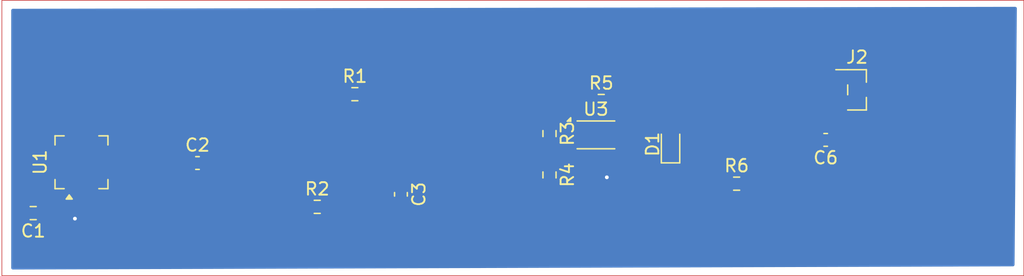
<source format=kicad_pcb>
(kicad_pcb (version 20241229) (generator "pcbnew") (generator_version "9.0")
  (layers (0 "F.Cu" signal) (2 "B.Cu" signal) (13 "F.Paste" user) (15 "B.Paste" user) (5 "F.SilkS" user "F.Silkscreen") (7 "B.SilkS" user "B.Silkscreen") (1 "F.Mask" user) (3 "B.Mask" user) (25 "Edge.Cuts" user))
  (net 0 "")
  (net 1 "+3V3")
  (net 2 "GND")
  (net 3 "/BIAS_REF")
  (net 4 "Net-(U1-ZOUT)")
  (net 5 "/net ADC_IN")
  (net 6 "/ADC_NODE1")
  (net 7 "/BUF_OUT")
  (net 8 "Net-(U3A--)")
  (footprint "Diode_SMD:D_0603_1608Metric" (layer "F.Cu") (at 105.410662 38 90)
    (property "Reference" "D1" (at 0 -1.43 90) (layer "F.SilkS"))
    (property "Value" "D_Schottky")
    (fp_line (start 0.8 -0.735) (end -1.485 -0.735) (stroke (width 0.12)) (layer "F.SilkS"))
    (fp_line (start -1.485 -0.735) (end -1.485 0.735) (stroke (width 0.12)) (layer "F.SilkS"))
    (fp_line (start -1.485 0.735) (end 0.8 0.735) (stroke (width 0.12)) (layer "F.SilkS"))
    (pad "1" smd roundrect (at -0.7875 0 90) (size 0.875 0.95) (layers "F.Cu" "F.Mask" "F.Paste") (net 1 "+3V3"))
    (pad "2" smd roundrect (at 0.7875 0 90) (size 0.875 0.95) (layers "F.Cu" "F.Mask" "F.Paste") (net 6 "/ADC_NODE1"))
  )
  (footprint "Capacitor_SMD:C_0603_1608Metric" (layer "F.Cu") (at 117.783 37.652 180)
    (property "Reference" "C6" (at 0 -1.43 180) (layer "F.SilkS"))
    (property "Value" "10 nF")
    (fp_line (start -0.14058 0.51) (end 0.14058 0.51) (stroke (width 0.12)) (layer "F.SilkS"))
    (fp_line (start -0.14058 -0.51) (end 0.14058 -0.51) (stroke (width 0.12)) (layer "F.SilkS"))
    (pad "1" smd roundrect (at -0.775 0 180) (size 0.9 0.95) (layers "F.Cu" "F.Mask" "F.Paste") (net 2 "GND"))
    (pad "2" smd roundrect (at 0.775 0 180) (size 0.9 0.95) (layers "F.Cu" "F.Mask" "F.Paste") (net 5 "/net ADC_IN"))
  )
  (footprint "Resistor_SMD:R_0603_1608Metric" (layer "F.Cu") (at 95.758 37.147 -90)
    (property "Reference" "R3" (at 0 -1.43 270) (layer "F.SilkS"))
    (property "Value" "170")
    (fp_line (start -0.237258 0.5225) (end 0.237258 0.5225) (stroke (width 0.12)) (layer "F.SilkS"))
    (fp_line (start -0.237258 -0.5225) (end 0.237258 -0.5225) (stroke (width 0.12)) (layer "F.SilkS"))
    (pad "1" smd roundrect (at -0.825 0 270) (size 0.8 0.95) (layers "F.Cu" "F.Mask" "F.Paste") (net 7 "/BUF_OUT"))
    (pad "2" smd roundrect (at 0.825 0 270) (size 0.8 0.95) (layers "F.Cu" "F.Mask" "F.Paste") (net 8 "Net-(U3A--)"))
  )
  (footprint "Resistor_SMD:R_0603_1608Metric" (layer "F.Cu") (at 80.235662 34)
    (property "Reference" "R1" (at 0 -1.43 0) (layer "F.SilkS"))
    (property "Value" "47k")
    (fp_line (start -0.237258 -0.5225) (end 0.237258 -0.5225) (stroke (width 0.12)) (layer "F.SilkS"))
    (fp_line (start -0.237258 0.5225) (end 0.237258 0.5225) (stroke (width 0.12)) (layer "F.SilkS"))
    (pad "1" smd roundrect (at -0.825 0) (size 0.8 0.95) (layers "F.Cu" "F.Mask" "F.Paste") (net 1 "+3V3"))
    (pad "2" smd roundrect (at 0.825 0) (size 0.8 0.95) (layers "F.Cu" "F.Mask" "F.Paste") (net 3 "/BIAS_REF"))
  )
  (footprint "Capacitor_SMD:C_0603_1608Metric" (layer "F.Cu") (at 67.685662 39.5)
    (property "Reference" "C2" (at 0 -1.43 0) (layer "F.SilkS"))
    (property "Value" "1 µF")
    (fp_line (start -0.14058 -0.51) (end 0.14058 -0.51) (stroke (width 0.12)) (layer "F.SilkS"))
    (fp_line (start -0.14058 0.51) (end 0.14058 0.51) (stroke (width 0.12)) (layer "F.SilkS"))
    (pad "1" smd roundrect (at -0.775 0) (size 0.9 0.95) (layers "F.Cu" "F.Mask" "F.Paste") (net 4 "Net-(U1-ZOUT)"))
    (pad "2" smd roundrect (at 0.775 0) (size 0.9 0.95) (layers "F.Cu" "F.Mask" "F.Paste") (net 3 "/BIAS_REF"))
  )
  (footprint "Package_DFN_QFN:QFN-16-1EP_4x4mm_P0.65mm_EP2.5x2.5mm" (layer "F.Cu") (at 58.435662 39.4375 90)
    (property "Reference" "U1" (at 0 -3.3 90) (layer "F.SilkS"))
    (property "Value" "ADXL335")
    (fp_line (start 2.11 -2.11) (end 2.11 -1.385) (stroke (width 0.12)) (layer "F.SilkS"))
    (fp_line (start 1.385 -2.11) (end 2.11 -2.11) (stroke (width 0.12)) (layer "F.SilkS"))
    (fp_line (start -2.11 -2.11) (end -1.385 -2.11) (stroke (width 0.12)) (layer "F.SilkS"))
    (fp_line (start -2.11 -1.385) (end -2.11 -2.11) (stroke (width 0.12)) (layer "F.SilkS"))
    (fp_line (start 2.11 1.385) (end 2.11 2.11) (stroke (width 0.12)) (layer "F.SilkS"))
    (fp_line (start 2.11 2.11) (end 1.385 2.11) (stroke (width 0.12)) (layer "F.SilkS"))
    (fp_line (start -1.385 2.11) (end -2.11 2.11) (stroke (width 0.12)) (layer "F.SilkS"))
    (fp_line (start -2.11 2.11) (end -2.11 1.385) (stroke (width 0.12)) (layer "F.SilkS"))
    (fp_poly (pts (xy -2.61 -0.98) (xy -2.94 -0.74) (xy -2.94 -1.22)) (stroke (width 0.12)) (fill yes) (layer "F.SilkS"))
    (pad "1" smd roundrect (at -1.9375 -0.975 90) (size 0.825 0.3) (layers "F.Cu" "F.Mask" "F.Paste"))
    (pad "2" smd roundrect (at -1.9375 -0.325 90) (size 0.825 0.3) (layers "F.Cu" "F.Mask" "F.Paste"))
    (pad "3" smd roundrect (at -1.9375 0.325 90) (size 0.825 0.3) (layers "F.Cu" "F.Mask" "F.Paste") (net 2 "GND"))
    (pad "4" smd roundrect (at -1.9375 0.975 90) (size 0.825 0.3) (layers "F.Cu" "F.Mask" "F.Paste"))
    (pad "5" smd roundrect (at -0.975 1.9375 90) (size 0.3 0.825) (layers "F.Cu" "F.Mask" "F.Paste"))
    (pad "6" smd roundrect (at -0.325 1.9375 90) (size 0.3 0.825) (layers "F.Cu" "F.Mask" "F.Paste"))
    (pad "7" smd roundrect (at 0.325 1.9375 90) (size 0.3 0.825) (layers "F.Cu" "F.Mask" "F.Paste"))
    (pad "8" smd roundrect (at 0.975 1.9375 90) (size 0.3 0.825) (layers "F.Cu" "F.Mask" "F.Paste") (net 4 "Net-(U1-ZOUT)"))
    (pad "9" smd roundrect (at 1.9375 0.975 90) (size 0.825 0.3) (layers "F.Cu" "F.Mask" "F.Paste"))
    (pad "10" smd roundrect (at 1.9375 0.325 90) (size 0.825 0.3) (layers "F.Cu" "F.Mask" "F.Paste"))
    (pad "11" smd roundrect (at 1.9375 -0.325 90) (size 0.825 0.3) (layers "F.Cu" "F.Mask" "F.Paste"))
    (pad "12" smd roundrect (at 1.9375 -0.975 90) (size 0.825 0.3) (layers "F.Cu" "F.Mask" "F.Paste"))
    (pad "13" smd roundrect (at 0.975 -1.9375 90) (size 0.3 0.825) (layers "F.Cu" "F.Mask" "F.Paste"))
    (pad "14" smd roundrect (at 0.325 -1.9375 90) (size 0.3 0.825) (layers "F.Cu" "F.Mask" "F.Paste") (net 1 "+3V3"))
    (pad "15" smd roundrect (at -0.325 -1.9375 90) (size 0.3 0.825) (layers "F.Cu" "F.Mask" "F.Paste") (net 1 "+3V3"))
    (pad "16" smd roundrect (at -0.975 -1.9375 90) (size 0.3 0.825) (layers "F.Cu" "F.Mask" "F.Paste"))
    (pad "17" smd rect (at 0 0 90) (size 2.5 2.5) (property pad_prop_heatsink) (layers "F.Cu" "F.Mask"))
  )
  (footprint "Resistor_SMD:R_0603_1608Metric" (layer "F.Cu") (at 99.885 34.544)
    (property "Reference" "R5" (at 0 -1.43 0) (layer "F.SilkS"))
    (property "Value" "270")
    (fp_line (start -0.237258 -0.5225) (end 0.237258 -0.5225) (stroke (width 0.12)) (layer "F.SilkS"))
    (fp_line (start -0.237258 0.5225) (end 0.237258 0.5225) (stroke (width 0.12)) (layer "F.SilkS"))
    (pad "1" smd roundrect (at -0.825 0) (size 0.8 0.95) (layers "F.Cu" "F.Mask" "F.Paste") (net 8 "Net-(U3A--)"))
    (pad "2" smd roundrect (at 0.825 0) (size 0.8 0.95) (layers "F.Cu" "F.Mask" "F.Paste") (net 6 "/ADC_NODE1"))
  )
  (footprint "Resistor_SMD:R_0603_1608Metric" (layer "F.Cu") (at 95.758 40.449 -90)
    (property "Reference" "R4" (at 0 -1.43 270) (layer "F.SilkS"))
    (property "Value" "170")
    (fp_line (start -0.237258 0.5225) (end 0.237258 0.5225) (stroke (width 0.12)) (layer "F.SilkS"))
    (fp_line (start -0.237258 -0.5225) (end 0.237258 -0.5225) (stroke (width 0.12)) (layer "F.SilkS"))
    (pad "1" smd roundrect (at -0.825 0 270) (size 0.8 0.95) (layers "F.Cu" "F.Mask" "F.Paste") (net 8 "Net-(U3A--)"))
    (pad "2" smd roundrect (at 0.825 0 270) (size 0.8 0.95) (layers "F.Cu" "F.Mask" "F.Paste") (net 2 "GND"))
  )
  (footprint "Package_DFN_QFN:DFN-8-1EP_3x2mm_P0.5mm_EP1.75x1.45mm" (layer "F.Cu") (at 99.460662 37.25)
    (property "Reference" "U3" (at 0 -2.05 0) (layer "F.SilkS"))
    (property "Value" "MCP6002-xMC")
    (fp_line (start -1.5 -1.11) (end 1.5 -1.11) (stroke (width 0.12)) (layer "F.SilkS"))
    (fp_line (start -1.5 1.11) (end 1.5 1.11) (stroke (width 0.12)) (layer "F.SilkS"))
    (fp_poly (pts (xy -2.01 -1.09) (xy -2.29 -1.09) (xy -2.01 -1.37) (xy -2.01 -1.09)) (stroke (width 0.12)) (fill yes) (layer "F.SilkS"))
    (pad "1" smd rect (at -1.45 -0.75) (size 0.75 0.3) (layers "F.Cu" "F.Mask" "F.Paste") (net 7 "/BUF_OUT"))
    (pad "2" smd rect (at -1.45 -0.25) (size 0.75 0.3) (layers "F.Cu" "F.Mask" "F.Paste") (net 8 "Net-(U3A--)"))
    (pad "3" smd rect (at -1.45 0.25) (size 0.75 0.3) (layers "F.Cu" "F.Mask" "F.Paste") (net 3 "/BIAS_REF"))
    (pad "4" smd rect (at -1.45 0.75) (size 0.75 0.3) (layers "F.Cu" "F.Mask" "F.Paste") (net 2 "GND"))
    (pad "5" smd rect (at 1.45 0.75) (size 0.75 0.3) (layers "F.Cu" "F.Mask" "F.Paste"))
    (pad "6" smd rect (at 1.45 0.25) (size 0.75 0.3) (layers "F.Cu" "F.Mask" "F.Paste"))
    (pad "7" smd rect (at 1.45 -0.25) (size 0.75 0.3) (layers "F.Cu" "F.Mask" "F.Paste"))
    (pad "8" smd rect (at 1.45 -0.75) (size 0.75 0.3) (layers "F.Cu" "F.Mask" "F.Paste") (net 1 "+3V3"))
    (pad "9" smd rect (at 0 0) (size 1.75 1.45) (layers "F.Cu" "F.Mask") (net 2 "GND"))
  )
  (footprint "Capacitor_SMD:C_0603_1608Metric" (layer "F.Cu") (at 83.910662 42 -90)
    (property "Reference" "C3" (at 0 -1.43 270) (layer "F.SilkS"))
    (property "Value" "1 µF" (hide yes))
    (fp_line (start -0.14058 0.51) (end 0.14058 0.51) (stroke (width 0.12)) (layer "F.SilkS"))
    (fp_line (start -0.14058 -0.51) (end 0.14058 -0.51) (stroke (width 0.12)) (layer "F.SilkS"))
    (pad "1" smd roundrect (at -0.775 0 270) (size 0.9 0.95) (layers "F.Cu" "F.Mask" "F.Paste") (net 3 "/BIAS_REF"))
    (pad "2" smd roundrect (at 0.775 0 270) (size 0.9 0.95) (layers "F.Cu" "F.Mask" "F.Paste") (net 2 "GND"))
  )
  (footprint "Connector_PinHeader_1.00mm:PinHeader_1x03_P1.00mm_Vertical_SMD_Pin1Left" (layer "F.Cu") (at 120.283 33.652)
    (property "Reference" "J2" (at 0 -2.61 0) (layer "F.SilkS"))
    (property "Value" "Conn_01x03")
    (fp_line (start -0.745 -1.61) (end -1.69 -1.61) (stroke (width 0.12)) (layer "F.SilkS"))
    (fp_line (start -0.745 -1.61) (end -0.745 -1.61) (stroke (width 0.12)) (layer "F.SilkS"))
    (fp_line (start -0.745 -1.61) (end 0.745 -1.61) (stroke (width 0.12)) (layer "F.SilkS"))
    (fp_line (start -0.745 -0.39) (end -0.745 0.39) (stroke (width 0.12)) (layer "F.SilkS"))
    (fp_line (start -0.745 1.61) (end 0.745 1.61) (stroke (width 0.12)) (layer "F.SilkS"))
    (fp_line (start 0.745 -1.61) (end 0.745 -0.61) (stroke (width 0.12)) (layer "F.SilkS"))
    (fp_line (start 0.745 0.61) (end 0.745 1.61) (stroke (width 0.12)) (layer "F.SilkS"))
    (fp_line (start 0.745 1.61) (end 0.745 1.61) (stroke (width 0.12)) (layer "F.SilkS"))
    (pad "1" smd rect (at -0.875 -1) (size 1.75 0.6) (layers "F.Cu" "F.Mask" "F.Paste") (net 1 "+3V3"))
    (pad "2" smd rect (at 0.875 0) (size 1.75 0.6) (layers "F.Cu" "F.Mask" "F.Paste") (net 2 "GND"))
    (pad "3" smd rect (at -0.875 1) (size 1.75 0.6) (layers "F.Cu" "F.Mask" "F.Paste") (net 5 "/net ADC_IN"))
  )
  (footprint "Resistor_SMD:R_0603_1608Metric" (layer "F.Cu") (at 54.585662 43.5 180)
    (property "Reference" "C1" (at 0 -1.43 180) (layer "F.SilkS"))
    (property "Value" "0.1 µF")
    (fp_line (start -0.237258 0.5225) (end 0.237258 0.5225) (stroke (width 0.12)) (layer "F.SilkS"))
    (fp_line (start -0.237258 -0.5225) (end 0.237258 -0.5225) (stroke (width 0.12)) (layer "F.SilkS"))
    (pad "1" smd roundrect (at -0.825 0 180) (size 0.8 0.95) (layers "F.Cu" "F.Mask" "F.Paste") (net 2 "GND"))
    (pad "2" smd roundrect (at 0.825 0 180) (size 0.8 0.95) (layers "F.Cu" "F.Mask" "F.Paste") (net 1 "+3V3"))
  )
  (footprint "Resistor_SMD:R_0603_1608Metric" (layer "F.Cu") (at 110.681 41.148)
    (property "Reference" "R6" (at 0 -1.43 0) (layer "F.SilkS"))
    (property "Value" "270")
    (fp_line (start -0.237258 -0.5225) (end 0.237258 -0.5225) (stroke (width 0.12)) (layer "F.SilkS"))
    (fp_line (start -0.237258 0.5225) (end 0.237258 0.5225) (stroke (width 0.12)) (layer "F.SilkS"))
    (pad "1" smd roundrect (at -0.825 0) (size 0.8 0.95) (layers "F.Cu" "F.Mask" "F.Paste") (net 6 "/ADC_NODE1"))
    (pad "2" smd roundrect (at 0.825 0) (size 0.8 0.95) (layers "F.Cu" "F.Mask" "F.Paste") (net 5 "/net ADC_IN"))
  )
  (footprint "Resistor_SMD:R_0603_1608Metric" (layer "F.Cu") (at 77.235662 43)
    (property "Reference" "R2" (at 0 -1.43 0) (layer "F.SilkS"))
    (property "Value" "47k")
    (fp_line (start -0.237258 -0.5225) (end 0.237258 -0.5225) (stroke (width 0.12)) (layer "F.SilkS"))
    (fp_line (start -0.237258 0.5225) (end 0.237258 0.5225) (stroke (width 0.12)) (layer "F.SilkS"))
    (pad "1" smd roundrect (at -0.825 0) (size 0.8 0.95) (layers "F.Cu" "F.Mask" "F.Paste") (net 3 "/BIAS_REF"))
    (pad "2" smd roundrect (at 0.825 0) (size 0.8 0.95) (layers "F.Cu" "F.Mask" "F.Paste") (net 2 "GND"))
  )
  (gr_rect (start 52.085662 26.5) (end 133.585662 48.5) (stroke (width 0.05)) (fill no) (layer "F.Cu") (net 2))
  (segment (start 110.557 34.544) (end 110.557 41.636064) (width 0.2) (layer "F.Cu") (net 1))
  (segment (start 56.085663 39.1125) (end 56.498162 39.1125) (width 0.2) (layer "F.Cu") (net 1))
  (segment (start 55.784662 38.811499) (end 55.784662 38.229676) (width 0.2) (layer "F.Cu") (net 1))
  (segment (start 109.227224 41.924) (end 106.090724 38.7875) (width 0.2) (layer "F.Cu") (net 1))
  (segment (start 53.760662 40.253676) (end 55.784662 38.229676) (width 0.2) (layer "F.Cu") (net 1))
  (segment (start 119.408 32.652) (end 112.449 32.652) (width 0.2) (layer "F.Cu") (net 1))
  (segment (start 59.014338 35) (end 75.910662 35) (width 0.2) (layer "F.Cu") (net 1))
  (segment (start 53.760662 43.5) (end 53.760662 40.253676) (width 0.2) (layer "F.Cu") (net 1))
  (segment (start 110.557 41.636064) (end 110.269064 41.924) (width 0.2) (layer "F.Cu") (net 1))
  (segment (start 53.760662 43.5) (end 53.760662 42.087501) (width 0.2) (layer "F.Cu") (net 1))
  (segment (start 55.784662 38.229676) (end 59.014338 35) (width 0.2) (layer "F.Cu") (net 1))
  (segment (start 55.941913 38.968749) (end 55.784662 38.811499) (width 0.2) (layer "F.Cu") (net 1))
  (segment (start 80.461662 33.051) (end 98.756064 33.051) (width 0.2) (layer "F.Cu") (net 1))
  (segment (start 76.910662 34) (end 75.910662 35) (width 0.2) (layer "F.Cu") (net 1))
  (segment (start 79.410662 34) (end 76.910662 34) (width 0.2) (layer "F.Cu") (net 1))
  (segment (start 80.410662 33) (end 79.410662 34) (width 0.2) (layer "F.Cu") (net 1))
  (segment (start 105.410662 38.7875) (end 103.123162 36.5) (width 0.2) (layer "F.Cu") (net 1))
  (segment (start 110.269064 41.924) (end 109.227224 41.924) (width 0.2) (layer "F.Cu") (net 1))
  (segment (start 56.085663 39.7625) (end 53.760662 42.087501) (width 0.2) (layer "F.Cu") (net 1))
  (segment (start 110.557 34.235) (end 110.557 34.544) (width 0.2) (layer "F.Cu") (net 1))
  (segment (start 80.461662 33.051) (end 80.410662 33) (width 0.2) (layer "F.Cu") (net 1))
  (segment (start 99.761 34.055936) (end 99.761 35.350338) (width 0.2) (layer "F.Cu") (net 1))
  (segment (start 103.123162 36.5) (end 100.910662 36.5) (width 0.2) (layer "F.Cu") (net 1))
  (segment (start 112.449 32.652) (end 110.557 34.544) (width 0.2) (layer "F.Cu") (net 1))
  (segment (start 106.090724 38.7875) (end 105.410662 38.7875) (width 0.2) (layer "F.Cu") (net 1))
  (segment (start 98.756064 33.051) (end 99.761 34.055936) (width 0.2) (layer "F.Cu") (net 1))
  (segment (start 55.941913 38.968749) (end 56.085663 39.1125) (width 0.2) (layer "F.Cu") (net 1))
  (segment (start 99.761 35.350338) (end 100.910662 36.5) (width 0.2) (layer "F.Cu") (net 1))
  (segment (start 56.498162 39.7625) (end 56.085663 39.7625) (width 0.2) (layer "F.Cu") (net 1))
  (segment (start 99.442 41.274) (end 95.758 41.274) (width 0.2) (layer "F.Cu") (net 2))
  (segment (start 78.410662 44.5) (end 83.910662 44.5) (width 0.2) (layer "F.Cu") (net 2))
  (segment (start 83.910662 42.775) (end 83.910662 44.5) (width 0.2) (layer "F.Cu") (net 2))
  (segment (start 106.778 40.64) (end 108.463 42.325) (width 0.2) (layer "F.Cu") (net 2))
  (segment (start 83.910662 44.5) (end 85.685662 44.5) (width 0.2) (layer "F.Cu") (net 2))
  (segment (start 78.060662 44.15) (end 78.060662 43) (width 0.2) (layer "F.Cu") (net 2))
  (segment (start 85.685662 44.5) (end 85.798162 44.3875) (width 0.2) (layer "F.Cu") (net 2))
  (segment (start 78.410662 44.5) (end 78.060662 44.15) (width 0.2) (layer "F.Cu") (net 2))
  (segment (start 58.760662 43.093338) (end 58.760662 41.375) (width 0.2) (layer "F.Cu") (net 2))
  (segment (start 100.33 40.64) (end 100.076 40.64) (width 0.2) (layer "F.Cu") (net 2))
  (segment (start 96.296913 42.194913) (end 94.104326 44.3875) (width 0.2) (layer "F.Cu") (net 2))
  (segment (start 58.166 43.688) (end 58.760662 43.093338) (width 0.2) (layer "F.Cu") (net 2))
  (segment (start 57.47 43.5) (end 55.410662 43.5) (width 0.2) (layer "F.Cu") (net 2))
  (segment (start 58.978 44.5) (end 78.410662 44.5) (width 0.2) (layer "F.Cu") (net 2))
  (segment (start 98.010662 38.320662) (end 98.010662 38) (width 0.2) (layer "F.Cu") (net 2))
  (segment (start 57.912 43.942) (end 57.47 43.5) (width 0.2) (layer "F.Cu") (net 2))
  (segment (start 94.104326 44.3875) (end 85.798162 44.3875) (width 0.2) (layer "F.Cu") (net 2))
  (segment (start 99.460662 37.25) (end 98.710662 38) (width 0.2) (layer "F.Cu") (net 2))
  (segment (start 121.158 35.052) (end 121.158 33.652) (width 0.2) (layer "F.Cu") (net 2))
  (segment (start 58.166 43.688) (end 58.978 44.5) (width 0.2) (layer "F.Cu") (net 2))
  (segment (start 100.076 40.64) (end 99.442 41.274) (width 0.2) (layer "F.Cu") (net 2))
  (segment (start 95.758 41.656) (end 96.296913 42.194913) (width 0.2) (layer "F.Cu") (net 2))
  (segment (start 113.885 42.325) (end 108.463 42.325) (width 0.2) (layer "F.Cu") (net 2))
  (segment (start 98.710662 38) (end 98.010662 38) (width 0.2) (layer "F.Cu") (net 2))
  (segment (start 95.758 41.274) (end 95.758 41.656) (width 0.2) (layer "F.Cu") (net 2))
  (segment (start 100.33 40.64) (end 98.010662 38.320662) (width 0.2) (layer "F.Cu") (net 2))
  (segment (start 118.558 37.652) (end 121.158 35.052) (width 0.2) (layer "F.Cu") (net 2))
  (segment (start 108.463 42.325) (end 108.38 42.242) (width 0.2) (layer "F.Cu") (net 2))
  (segment (start 57.912 43.942) (end 58.166 43.688) (width 0.2) (layer "F.Cu") (net 2))
  (segment (start 100.33 40.64) (end 106.778 40.64) (width 0.2) (layer "F.Cu") (net 2))
  (segment (start 118.558 37.652) (end 113.885 42.325) (width 0.2) (layer "F.Cu") (net 2))
  (via (at 100.33 40.64) (size 0.6) (drill 0.3) (layers "F.Cu" "B.Cu") (net 2))
  (via (at 57.912 43.942) (size 0.6) (drill 0.3) (layers "F.Cu" "B.Cu") (net 2))
  (segment (start 75.560662 39.5) (end 81.060662 34) (width 0.2) (layer "F.Cu") (net 3))
  (segment (start 72.910662 39.5) (end 75.560662 39.5) (width 0.2) (layer "F.Cu") (net 3))
  (segment (start 95.186662 42.738064) (end 94.424726 43.5) (width 0.2) (layer "F.Cu") (net 3))
  (segment (start 91.046598 38.5) (end 93.922598 41.376) (width 0.2) (layer "F.Cu") (net 3))
  (segment (start 94.028762 41.376) (end 93.922598 41.376) (width 0.2) (layer "F.Cu") (net 3))
  (segment (start 68.460662 39.5) (end 72.910662 39.5) (width 0.2) (layer "F.Cu") (net 3))
  (segment (start 72.910662 39.5) (end 76.410662 43) (width 0.2) (layer "F.Cu") (net 3))
  (segment (start 86.185662 43.5) (end 83.910662 41.225) (width 0.2) (layer "F.Cu") (net 3))
  (segment (start 95.186662 42.5339) (end 94.028762 41.376) (width 0.2) (layer "F.Cu") (net 3))
  (segment (start 95.186662 42.738064) (end 95.186662 42.5339) (width 0.2) (layer "F.Cu") (net 3))
  (segment (start 84.410662 38.5) (end 81.060662 35.15) (width 0.2) (layer "F.Cu") (net 3))
  (segment (start 81.060662 34) (end 81.060662 35.15) (width 0.2) (layer "F.Cu") (net 3))
  (segment (start 94.424726 43.5) (end 86.185662 43.5) (width 0.2) (layer "F.Cu") (net 3))
  (segment (start 84.410662 38.5) (end 91.046598 38.5) (width 0.2) (layer "F.Cu") (net 3))
  (segment (start 60.373162 38.4625) (end 65.873162 38.4625) (width 0.2) (layer "F.Cu") (net 4))
  (segment (start 65.873162 38.4625) (end 66.910662 39.5) (width 0.2) (layer "F.Cu") (net 4))
  (segment (start 117.008 37.652) (end 115.002 37.652) (width 0.2) (layer "F.Cu") (net 5))
  (segment (start 119.408 34.652) (end 119.408 35.252) (width 0.2) (layer "F.Cu") (net 5))
  (segment (start 115.002 37.652) (end 111.506 41.148) (width 0.2) (layer "F.Cu") (net 5))
  (segment (start 119.408 35.252) (end 117.008 37.652) (width 0.2) (layer "F.Cu") (net 5))
  (segment (start 100.71 34.544) (end 103.124 34.544) (width 0.2) (layer "F.Cu") (net 6))
  (segment (start 109.856 41.148) (end 109.346162 41.148) (width 0.2) (layer "F.Cu") (net 6))
  (segment (start 103.239081 34.659081) (end 103.048162 34.85) (width 0.2) (layer "F.Cu") (net 6))
  (segment (start 103.124 34.544) (end 103.239081 34.659081) (width 0.2) (layer "F.Cu") (net 6))
  (segment (start 103.048162 34.85) (end 105.410662 37.2125) (width 0.2) (layer "F.Cu") (net 6))
  (segment (start 109.346162 41.148) (end 105.410662 37.2125) (width 0.2) (layer "F.Cu") (net 6))
  (segment (start 95.936 36.5) (end 95.758 36.322) (width 0.2) (layer "F.Cu") (net 7))
  (segment (start 98.010662 36.5) (end 95.936 36.5) (width 0.2) (layer "F.Cu") (net 7))
  (segment (start 95.758 37.972) (end 96.73 37) (width 0.2) (layer "F.Cu") (net 8))
  (segment (start 96.73 37) (end 97.028 37) (width 0.2) (layer "F.Cu") (net 8))
  (segment (start 95.758 39.624) (end 95.758 37.972) (width 0.2) (layer "F.Cu") (net 8))
  (segment (start 99.06 34.544) (end 96.346936 34.544) (width 0.2) (layer "F.Cu") (net 8))
  (segment (start 97.028 37) (end 98.010662 37) (width 0.2) (layer "F.Cu") (net 8))
  (segment (start 97.005 37.023) (end 97.028 37) (width 0.2) (layer "F.Cu") (net 8))
  (segment (start 94.982 35.908936) (end 94.982 36.735064) (width 0.2) (layer "F.Cu") (net 8))
  (segment (start 95.269936 37.023) (end 97.005 37.023) (width 0.2) (layer "F.Cu") (net 8))
  (segment (start 96.346936 34.544) (end 94.982 35.908936) (width 0.2) (layer "F.Cu") (net 8))
  (segment (start 94.982 36.735064) (end 95.269936 37.023) (width 0.2) (layer "F.Cu") (net 8))
  (zone (net 2) (net_name "GND") (layer "B.Cu") (connect_pads (clearance 0.5)) (min_thickness 0.25) (fill yes (thermal_gap 0.5) (thermal_bridge_width 0.5))
    (polygon (pts (xy 133.028201 27.020185) (xy 132.842 47.752) (xy 52.832 48.006) (xy 52.832 27.178)))
  )
)
</source>
